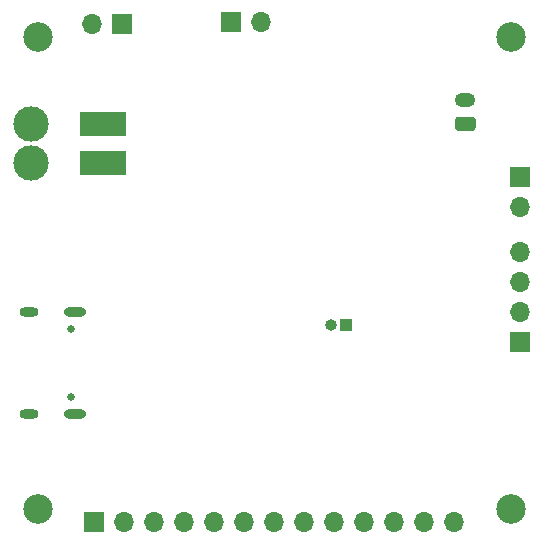
<source format=gbr>
G04 #@! TF.GenerationSoftware,KiCad,Pcbnew,(5.1.8)-1*
G04 #@! TF.CreationDate,2021-03-08T18:17:58+01:00*
G04 #@! TF.ProjectId,SuperPower-uC-KiCad,53757065-7250-46f7-9765-722d75432d4b,rev?*
G04 #@! TF.SameCoordinates,Original*
G04 #@! TF.FileFunction,Soldermask,Bot*
G04 #@! TF.FilePolarity,Negative*
%FSLAX46Y46*%
G04 Gerber Fmt 4.6, Leading zero omitted, Abs format (unit mm)*
G04 Created by KiCad (PCBNEW (5.1.8)-1) date 2021-03-08 18:17:58*
%MOMM*%
%LPD*%
G01*
G04 APERTURE LIST*
%ADD10O,1.600000X0.800000*%
%ADD11O,1.900000X0.800000*%
%ADD12C,0.650000*%
%ADD13C,2.500000*%
%ADD14O,1.700000X1.700000*%
%ADD15R,1.700000X1.700000*%
%ADD16C,3.000000*%
%ADD17R,4.000000X2.000000*%
%ADD18O,1.000000X1.000000*%
%ADD19R,1.000000X1.000000*%
%ADD20O,1.750000X1.200000*%
G04 APERTURE END LIST*
D10*
X119731000Y-100958400D03*
X119781000Y-109608400D03*
D11*
X123681000Y-100958400D03*
X123681000Y-109608400D03*
D12*
X123317000Y-102412800D03*
X123317000Y-108178600D03*
D13*
X120523000Y-117678200D03*
X160528000Y-117678200D03*
X160528000Y-77673200D03*
X120523000Y-77673200D03*
D14*
X161290000Y-95885000D03*
X161290000Y-98425000D03*
X161290000Y-100965000D03*
D15*
X161290000Y-103505000D03*
D16*
X119888000Y-85090000D03*
X119888000Y-88392000D03*
D17*
X125984000Y-85090000D03*
X125984000Y-88392000D03*
D14*
X155702000Y-118745000D03*
X153162000Y-118745000D03*
X150622000Y-118745000D03*
X148082000Y-118745000D03*
X145542000Y-118745000D03*
X143002000Y-118745000D03*
X140462000Y-118745000D03*
X137922000Y-118745000D03*
X135382000Y-118745000D03*
X132842000Y-118745000D03*
X130302000Y-118745000D03*
X127762000Y-118745000D03*
D15*
X125222000Y-118745000D03*
D14*
X161290000Y-92075000D03*
D15*
X161290000Y-89535000D03*
D18*
X145288000Y-102108000D03*
D19*
X146558000Y-102108000D03*
D14*
X125095000Y-76581000D03*
D15*
X127635000Y-76581000D03*
X136842500Y-76454000D03*
D14*
X139382500Y-76454000D03*
G36*
G01*
X157317601Y-85639200D02*
X156067599Y-85639200D01*
G75*
G02*
X155817600Y-85389201I0J249999D01*
G01*
X155817600Y-84689199D01*
G75*
G02*
X156067599Y-84439200I249999J0D01*
G01*
X157317601Y-84439200D01*
G75*
G02*
X157567600Y-84689199I0J-249999D01*
G01*
X157567600Y-85389201D01*
G75*
G02*
X157317601Y-85639200I-249999J0D01*
G01*
G37*
D20*
X156692600Y-83039200D03*
M02*

</source>
